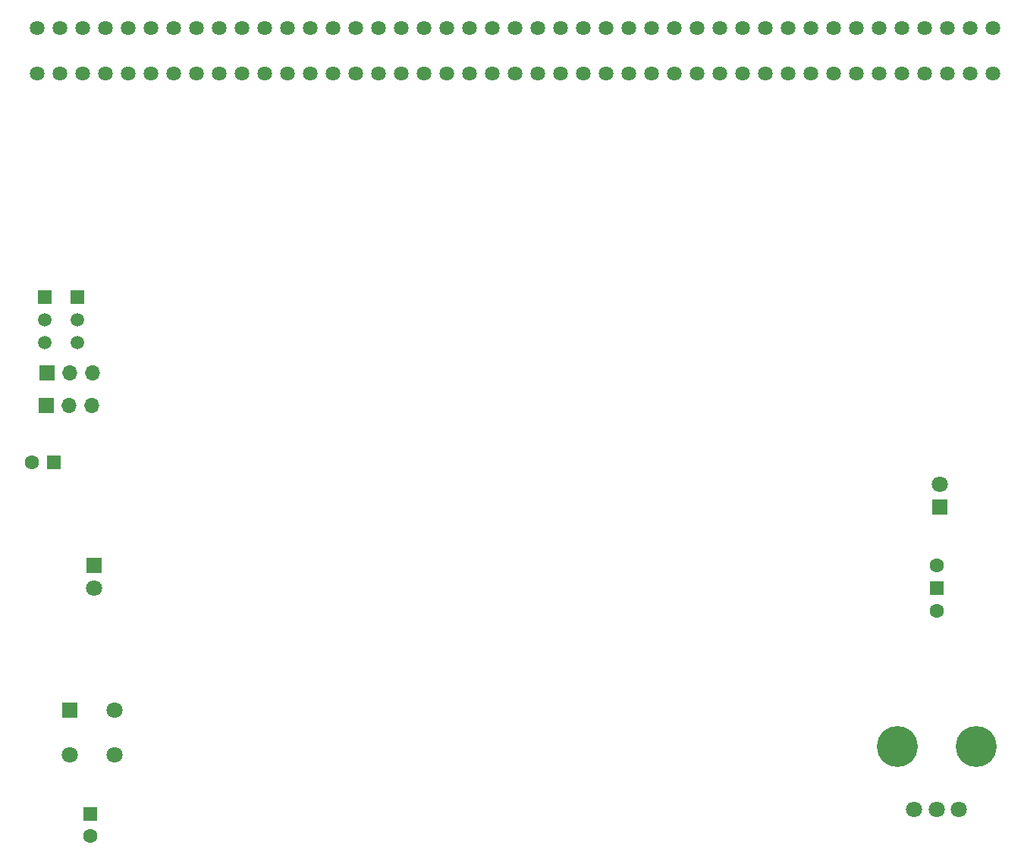
<source format=gbr>
%TF.GenerationSoftware,KiCad,Pcbnew,8.0.3*%
%TF.CreationDate,2025-02-02T16:21:55+01:00*%
%TF.ProjectId,DeMoN-Flash-J,44654d6f-4e2d-4466-9c61-73682d4a2e6b,rev?*%
%TF.SameCoordinates,Original*%
%TF.FileFunction,Soldermask,Bot*%
%TF.FilePolarity,Negative*%
%FSLAX46Y46*%
G04 Gerber Fmt 4.6, Leading zero omitted, Abs format (unit mm)*
G04 Created by KiCad (PCBNEW 8.0.3) date 2025-02-02 16:21:55*
%MOMM*%
%LPD*%
G01*
G04 APERTURE LIST*
%ADD10R,1.500000X1.500000*%
%ADD11C,1.600000*%
%ADD12C,1.500000*%
%ADD13R,1.600000X1.600000*%
%ADD14R,1.800000X1.800000*%
%ADD15C,1.800000*%
%ADD16R,1.700000X1.700000*%
%ADD17O,1.700000X1.700000*%
%ADD18C,1.635000*%
%ADD19C,4.575000*%
G04 APERTURE END LIST*
D10*
%TO.C,SW2*%
X188500000Y-101690000D03*
D11*
X188500000Y-104230000D03*
X188500000Y-99150000D03*
%TD*%
D10*
%TO.C,Q2*%
X88900000Y-69200000D03*
D12*
X88900000Y-71740000D03*
X88900000Y-74280000D03*
%TD*%
D13*
%TO.C,C1*%
X94000000Y-126944888D03*
D11*
X94000000Y-129444888D03*
%TD*%
D14*
%TO.C,D2*%
X94450000Y-99225000D03*
D15*
X94450000Y-101765000D03*
%TD*%
D10*
%TO.C,Q1*%
X92600000Y-69200000D03*
D12*
X92600000Y-71740000D03*
X92600000Y-74280000D03*
%TD*%
D16*
%TO.C,JP1*%
X89128400Y-81342200D03*
D17*
X91668400Y-81342200D03*
X94208400Y-81342200D03*
%TD*%
D14*
%TO.C,SW1*%
X91677500Y-115377500D03*
D15*
X96677500Y-115377500D03*
X91677500Y-120377500D03*
X96677500Y-120377500D03*
%TD*%
D18*
%TO.C,CN1*%
X88060000Y-44200000D03*
X88060000Y-39120000D03*
X90600000Y-44200000D03*
X90600000Y-39120000D03*
X93140000Y-44200000D03*
X93140000Y-39120000D03*
X95680000Y-44200000D03*
X95680000Y-39120000D03*
X98220000Y-44200000D03*
X98220000Y-39120000D03*
X100760000Y-44200000D03*
X100760000Y-39120000D03*
X103300000Y-44200000D03*
X103300000Y-39120000D03*
X105840000Y-44200000D03*
X105840000Y-39120000D03*
X108380000Y-44200000D03*
X108380000Y-39120000D03*
X110920000Y-44200000D03*
X110920000Y-39120000D03*
X113460000Y-44200000D03*
X113460000Y-39120000D03*
X116000000Y-44200000D03*
X116000000Y-39120000D03*
X118540000Y-44200000D03*
X118540000Y-39120000D03*
X121080000Y-44200000D03*
X121080000Y-39120000D03*
X123620000Y-44200000D03*
X123620000Y-39120000D03*
X126160000Y-44200000D03*
X126160000Y-39120000D03*
X128700000Y-44200000D03*
X128700000Y-39120000D03*
X131240000Y-44200000D03*
X131240000Y-39120000D03*
X133780000Y-44200000D03*
X133780000Y-39120000D03*
X136320000Y-44200000D03*
X136320000Y-39120000D03*
X138860000Y-44200000D03*
X138860000Y-39120000D03*
X141400000Y-44200000D03*
X141400000Y-39120000D03*
X143940000Y-44200000D03*
X143940000Y-39120000D03*
X146480000Y-44200000D03*
X146480000Y-39120000D03*
X149020000Y-44200000D03*
X149020000Y-39120000D03*
X151560000Y-44200000D03*
X151560000Y-39120000D03*
X154100000Y-44200000D03*
X154100000Y-39120000D03*
X156640000Y-44200000D03*
X156640000Y-39120000D03*
X159180000Y-44200000D03*
X159180000Y-39120000D03*
X161720000Y-44200000D03*
X161720000Y-39120000D03*
X164260000Y-44200000D03*
X164260000Y-39120000D03*
X166800000Y-44200000D03*
X166800000Y-39120000D03*
X169340000Y-44200000D03*
X169340000Y-39120000D03*
X171880000Y-44200000D03*
X171880000Y-39120000D03*
X174420000Y-44200000D03*
X174420000Y-39120000D03*
X176960000Y-44200000D03*
X176960000Y-39120000D03*
X179500000Y-44200000D03*
X179500000Y-39120000D03*
X182040000Y-44200000D03*
X182040000Y-39120000D03*
X184580000Y-44200000D03*
X184580000Y-39120000D03*
X187120000Y-44200000D03*
X187120000Y-39120000D03*
X189660000Y-44200000D03*
X189660000Y-39120000D03*
X192200000Y-44200000D03*
X192200000Y-39120000D03*
X194740000Y-44200000D03*
X194740000Y-39120000D03*
%TD*%
D13*
%TO.C,C6*%
X89950000Y-87650000D03*
D11*
X87450000Y-87650000D03*
%TD*%
D14*
%TO.C,D1*%
X188850000Y-92700000D03*
D15*
X188850000Y-90160000D03*
%TD*%
%TO.C,VR1*%
X185958400Y-126442200D03*
X188458400Y-126442200D03*
X190958400Y-126442200D03*
D19*
X184058400Y-119442200D03*
X192858400Y-119442200D03*
%TD*%
D16*
%TO.C,JP2*%
X89168400Y-77692200D03*
D17*
X91708400Y-77692200D03*
X94248400Y-77692200D03*
%TD*%
M02*

</source>
